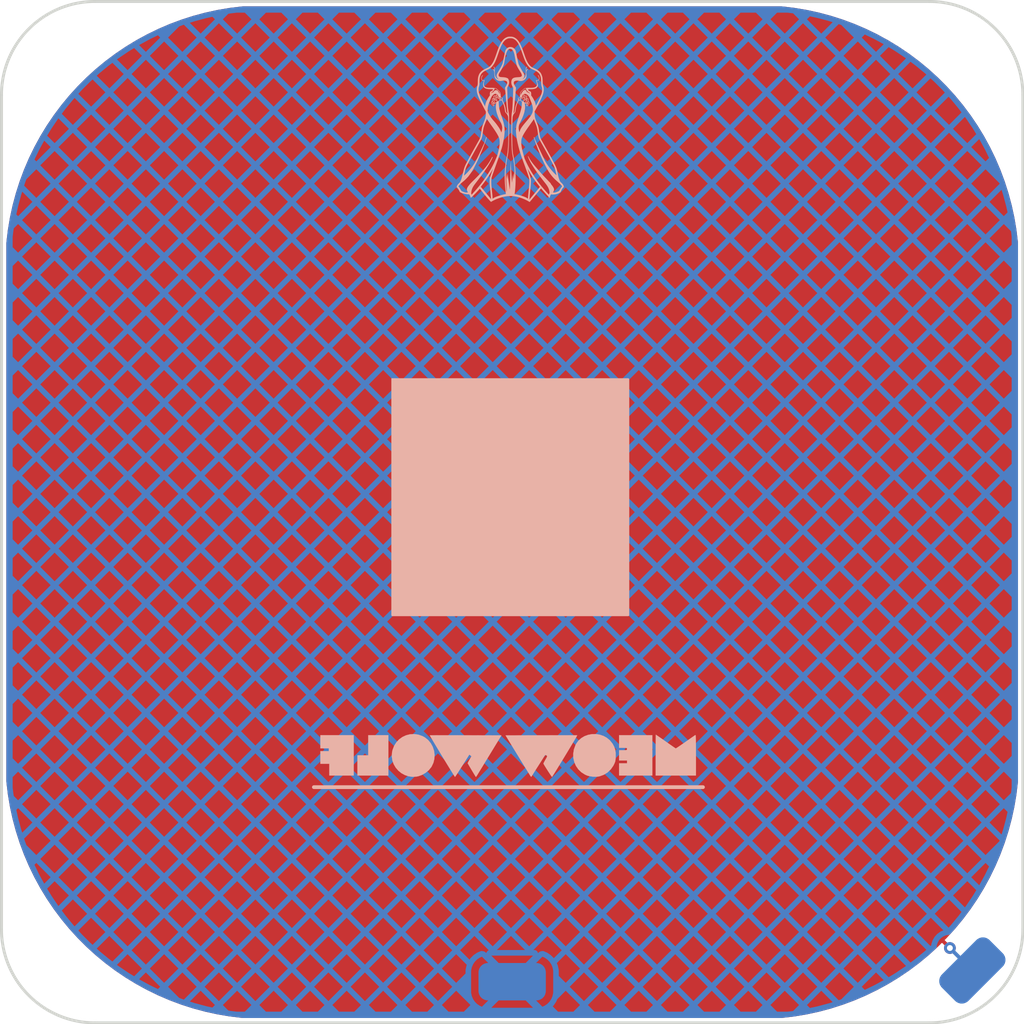
<source format=kicad_pcb>
(kicad_pcb (version 20221018) (generator pcbnew)
  (title_block (date "2024-12-03") (rev "v0.1") (company "Meow Wolf") (comment 1 "Daniel Bornhorst"))
  (layers (0 "F.Cu" signal) (31 "B.Cu" signal) (34 "B.Paste" user) (35 "F.Paste" user) (36 "B.SilkS" user "B.Silkscreen") (37 "F.SilkS" user "F.Silkscreen") (38 "B.Mask" user) (39 "F.Mask" user) (44 "Edge.Cuts" user))
  (net 0 "")
  (net 1 "GND")
  (net 2 "TOUCH")
  (footprint "0_touch_pad:SMD_Pad" (layer "B.Cu") (at 218.821 104.775)
    (fp_text reference "J1" hide)
    (fp_text value "Conn_01x01" hide)
    (pad "1" smd roundrect (at 0 0) (size 4.572 2.54) (layers "B.Cu" "B.Paste" "B.Mask") (net 1 "GND"))
  )
  (footprint "0_logo:GVH_Cloak_Figure" (layer "B.Cu") (at 218.646782 46.415463 180)
    (fp_text reference "REF**" hide)
    (fp_text value "GVH_Cloak_Figure" hide)
  )
  (footprint "0_touch_pad:SMD_Pad" (layer "B.Cu") (at 250.063 104.013 45)
    (fp_text reference "J4" hide)
    (fp_text value "Conn_01x01" hide)
    (pad "1" smd roundrect (at 0 0 45) (size 4.572 2.54) (layers "B.Cu" "B.Paste" "B.Mask") (net 2 "TOUCH"))
  )
  (footprint "0_logo:MW_Logo_Horizontal_1.0inch" (layer "B.Cu") (at 218.567 89.408 180)
    (fp_text reference "G***" hide)
    (fp_text value "LOGO" hide)
  )
  (gr_rect (start 210.693 63.881) (end 226.695 79.883) (stroke (width 0.15)) (fill solid) (layer "B.SilkS"))
  (gr_line (start 231.775 91.567) (end 205.359 91.567) (stroke (width 0.254)) (layer "B.SilkS"))
  (gr_line (start 190.5 107.569) (end 247.142 107.569) (stroke (width 0.2)) (layer "Edge.Cuts"))
  (gr_line (start 184.15 44.577) (end 184.15 101.219) (stroke (width 0.2)) (layer "Edge.Cuts"))
  (gr_line (start 253.492 101.219) (end 253.492 44.577) (stroke (width 0.2)) (layer "Edge.Cuts"))
  (gr_line (start 247.142 38.227) (end 190.5 38.227) (stroke (width 0.2)) (layer "Edge.Cuts"))
  (gr_arc (start 247.142 38.227) (mid 251.632128 40.086872) (end 253.492 44.577) (stroke (width 0.2)) (layer "Edge.Cuts"))
  (gr_arc (start 184.15 44.577) (mid 186.009872 40.086872) (end 190.5 38.227) (stroke (width 0.2)) (layer "Edge.Cuts"))
  (gr_arc (start 253.492 101.219) (mid 251.632128 105.709128) (end 247.142 107.569) (stroke (width 0.2)) (layer "Edge.Cuts"))
  (gr_arc (start 190.5 107.569) (mid 186.009872 105.709128) (end 184.15 101.219) (stroke (width 0.2)) (layer "Edge.Cuts"))
  (segment (start 248.539 102.489) (end 247.269 101.219) (width 0.254) (layer "F.Cu") (net 2))
  (via (at 248.539 102.489) (size 0.8) (drill 0.4) (layers "F.Cu" "B.Cu") (net 2))
  (segment (start 249.682 103.632) (end 248.539 102.489) (width 0.254) (layer "B.Cu") (net 2))
  (zone (net 2) (net_name "TOUCH") (layer "F.Cu") (connect_pads (clearance 0.5)) (min_thickness 0.25) (fill yes (thermal_gap 0.5) (thermal_bridge_width 0.5) (smoothing fillet) (radius 17.78))
    (polygon (pts (xy 184.404 38.481) (xy 253.238 38.481) (xy 253.238 107.315) (xy 184.404 107.315)))
  )
  (zone (net 1) (net_name "GND") (layer "B.Cu") (priority 1) (connect_pads (clearance 0.5)) (min_thickness 0.25) (fill yes (mode hatch) (thermal_gap 0.5) (thermal_bridge_width 0.5) (smoothing fillet) (radius 17.78) (hatch_thickness 0.381) (hatch_gap 1.3716) (hatch_orientation 45) (hatch_border_algorithm hatch_thickness) (hatch_min_hole_area 0.3))
    (polygon (pts (xy 184.404 38.481) (xy 253.238 38.481) (xy 253.238 107.315) (xy 184.404 107.315)))
  )
)
</source>
